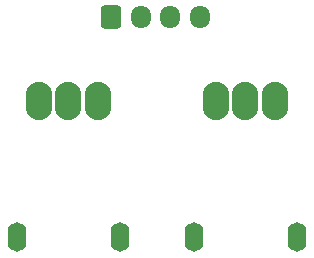
<source format=gbr>
%TF.GenerationSoftware,KiCad,Pcbnew,8.0.2*%
%TF.CreationDate,2024-08-21T00:08:55-07:00*%
%TF.ProjectId,socket_test,736f636b-6574-45f7-9465-73742e6b6963,rev?*%
%TF.SameCoordinates,Original*%
%TF.FileFunction,Soldermask,Top*%
%TF.FilePolarity,Negative*%
%FSLAX46Y46*%
G04 Gerber Fmt 4.6, Leading zero omitted, Abs format (unit mm)*
G04 Created by KiCad (PCBNEW 8.0.2) date 2024-08-21 00:08:55*
%MOMM*%
%LPD*%
G01*
G04 APERTURE LIST*
G04 Aperture macros list*
%AMRoundRect*
0 Rectangle with rounded corners*
0 $1 Rounding radius*
0 $2 $3 $4 $5 $6 $7 $8 $9 X,Y pos of 4 corners*
0 Add a 4 corners polygon primitive as box body*
4,1,4,$2,$3,$4,$5,$6,$7,$8,$9,$2,$3,0*
0 Add four circle primitives for the rounded corners*
1,1,$1+$1,$2,$3*
1,1,$1+$1,$4,$5*
1,1,$1+$1,$6,$7*
1,1,$1+$1,$8,$9*
0 Add four rect primitives between the rounded corners*
20,1,$1+$1,$2,$3,$4,$5,0*
20,1,$1+$1,$4,$5,$6,$7,0*
20,1,$1+$1,$6,$7,$8,$9,0*
20,1,$1+$1,$8,$9,$2,$3,0*%
G04 Aperture macros list end*
%ADD10O,2.250000X3.250000*%
%ADD11O,1.600000X2.500000*%
%ADD12RoundRect,0.250000X-0.600000X-0.725000X0.600000X-0.725000X0.600000X0.725000X-0.600000X0.725000X0*%
%ADD13O,1.700000X1.950000*%
G04 APERTURE END LIST*
D10*
%TO.C,RV1*%
X242436400Y-136404200D03*
X244936400Y-136404200D03*
X239936400Y-136404200D03*
D11*
X238086400Y-147904200D03*
X246786400Y-147904200D03*
%TD*%
D10*
%TO.C,RV2*%
X257436400Y-136404200D03*
X259936400Y-136404200D03*
X254936400Y-136404200D03*
D11*
X253086400Y-147904200D03*
X261786400Y-147904200D03*
%TD*%
D12*
%TO.C,J1*%
X246049800Y-129311400D03*
D13*
X248549800Y-129311400D03*
X251049800Y-129311400D03*
X253549800Y-129311400D03*
%TD*%
M02*

</source>
